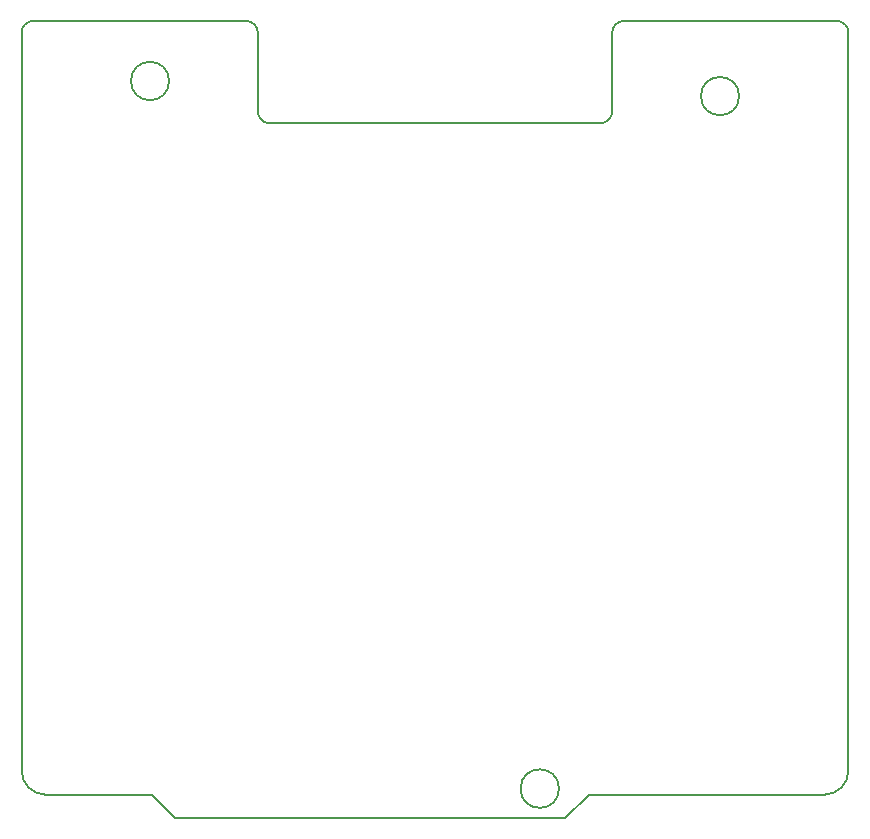
<source format=gm1>
%TF.GenerationSoftware,KiCad,Pcbnew,9.0.7-9.0.7~ubuntu24.04.1*%
%TF.CreationDate,2026-01-13T16:36:12+01:00*%
%TF.ProjectId,analogIO,616e616c-6f67-4494-9f2e-6b696361645f,1.0*%
%TF.SameCoordinates,Original*%
%TF.FileFunction,Profile,NP*%
%FSLAX46Y46*%
G04 Gerber Fmt 4.6, Leading zero omitted, Abs format (unit mm)*
G04 Created by KiCad (PCBNEW 9.0.7-9.0.7~ubuntu24.04.1) date 2026-01-13 16:36:12*
%MOMM*%
%LPD*%
G01*
G04 APERTURE LIST*
%TA.AperFunction,Profile*%
%ADD10C,0.150000*%
%TD*%
G04 APERTURE END LIST*
D10*
X161500000Y-113500000D02*
G75*
G02*
X158240000Y-113500000I-1630000J0D01*
G01*
X158240000Y-113500000D02*
G75*
G02*
X161500000Y-113500000I1630000J0D01*
G01*
X166000000Y-49500000D02*
G75*
G02*
X167000000Y-48500000I1000000J0D01*
G01*
X128490000Y-53590000D02*
G75*
G02*
X125250000Y-53590000I-1620000J0D01*
G01*
X125250000Y-53590000D02*
G75*
G02*
X128490000Y-53590000I1620000J0D01*
G01*
X116000000Y-112000000D02*
X116000000Y-49500000D01*
X129000000Y-116000000D02*
X162000000Y-116000000D01*
X127000000Y-114000000D02*
X129000000Y-116000000D01*
X166000000Y-49500000D02*
X166000000Y-56170000D01*
X164000000Y-114000000D02*
X184000000Y-114000000D01*
X135000000Y-48500000D02*
G75*
G02*
X136000000Y-49500000I0J-1000000D01*
G01*
X118000000Y-114000000D02*
G75*
G02*
X116000000Y-112000000I0J2000000D01*
G01*
X136000000Y-49500000D02*
X136000000Y-56170000D01*
X186000000Y-112000000D02*
X186000000Y-49500000D01*
X185000000Y-48500000D02*
G75*
G02*
X186000000Y-49500000I0J-1000000D01*
G01*
X166000000Y-56170000D02*
G75*
G02*
X165000000Y-57170000I-1000000J0D01*
G01*
X186000000Y-112000000D02*
G75*
G02*
X184000000Y-114000000I-2000000J0D01*
G01*
X185000000Y-48500000D02*
X167000000Y-48500000D01*
X117000000Y-48500000D02*
X135000000Y-48500000D01*
X165000000Y-57170000D02*
X137000000Y-57170000D01*
X118000000Y-114000000D02*
X127000000Y-114000000D01*
X162000000Y-116000000D02*
X164000000Y-114000000D01*
X176750000Y-54870000D02*
G75*
G02*
X173510000Y-54870000I-1620000J0D01*
G01*
X173510000Y-54870000D02*
G75*
G02*
X176750000Y-54870000I1620000J0D01*
G01*
X116000000Y-49500000D02*
G75*
G02*
X117000000Y-48500000I1000000J0D01*
G01*
X137000000Y-57170000D02*
G75*
G02*
X136000000Y-56170000I0J1000000D01*
G01*
M02*

</source>
